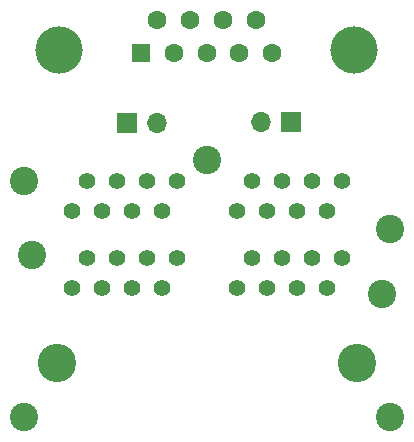
<source format=gbr>
%TF.GenerationSoftware,KiCad,Pcbnew,(5.1.10-1-10_14)*%
%TF.CreationDate,2021-06-16T23:36:24-07:00*%
%TF.ProjectId,XDS-QuadAES-Studiohub,5844532d-5175-4616-9441-45532d537475,rev?*%
%TF.SameCoordinates,Original*%
%TF.FileFunction,Soldermask,Bot*%
%TF.FilePolarity,Negative*%
%FSLAX46Y46*%
G04 Gerber Fmt 4.6, Leading zero omitted, Abs format (unit mm)*
G04 Created by KiCad (PCBNEW (5.1.10-1-10_14)) date 2021-06-16 23:36:24*
%MOMM*%
%LPD*%
G01*
G04 APERTURE LIST*
%ADD10C,1.398000*%
%ADD11C,2.400000*%
%ADD12C,3.250000*%
%ADD13O,1.700000X1.700000*%
%ADD14R,1.700000X1.700000*%
%ADD15R,1.600000X1.600000*%
%ADD16C,1.600000*%
%ADD17C,4.000000*%
G04 APERTURE END LIST*
D10*
%TO.C,J1*%
X-85041159Y-93259961D03*
X-82501159Y-93259961D03*
X-79961159Y-93259961D03*
X-77421159Y-93259961D03*
X-78691159Y-95799961D03*
X-81231159Y-95799961D03*
X-83771159Y-95799961D03*
X-86311159Y-95799961D03*
D11*
X-90376159Y-106719961D03*
D10*
X-85041159Y-86679961D03*
X-82501159Y-86679961D03*
X-79961159Y-86679961D03*
X-77421159Y-86679961D03*
X-78691159Y-89219961D03*
X-81231159Y-89219961D03*
X-83771159Y-89219961D03*
X-86311159Y-89219961D03*
D11*
X-90376159Y-86679961D03*
X-89701159Y-93009961D03*
D10*
X-71071159Y-93259961D03*
X-68531159Y-93259961D03*
X-65991159Y-93259961D03*
X-63451159Y-93259961D03*
X-64721159Y-95799961D03*
X-67261159Y-95799961D03*
X-69801159Y-95799961D03*
X-72341159Y-95799961D03*
D11*
X-59386159Y-106719961D03*
D10*
X-71071159Y-86679961D03*
X-68531159Y-86679961D03*
X-65991159Y-86679961D03*
X-63451159Y-86679961D03*
X-64721159Y-89219961D03*
X-67261159Y-89219961D03*
X-69801159Y-89219961D03*
X-72341159Y-89219961D03*
D11*
X-60061159Y-96309961D03*
X-59386159Y-90749961D03*
X-74881159Y-84949961D03*
D12*
X-87581159Y-102149961D03*
X-62181159Y-102149961D03*
%TD*%
D13*
%TO.C,JP1*%
X-79105760Y-81767680D03*
D14*
X-81645760Y-81767680D03*
%TD*%
%TO.C,JP2*%
X-67802760Y-81706720D03*
D13*
X-70342760Y-81706720D03*
%TD*%
D15*
%TO.C,J2*%
X-80462120Y-75885040D03*
D16*
X-77692120Y-75885040D03*
X-74922120Y-75885040D03*
X-72152120Y-75885040D03*
X-69382120Y-75885040D03*
X-79077120Y-73045040D03*
X-76307120Y-73045040D03*
X-73537120Y-73045040D03*
X-70767120Y-73045040D03*
D17*
X-62422120Y-75585040D03*
X-87422120Y-75585040D03*
%TD*%
M02*

</source>
